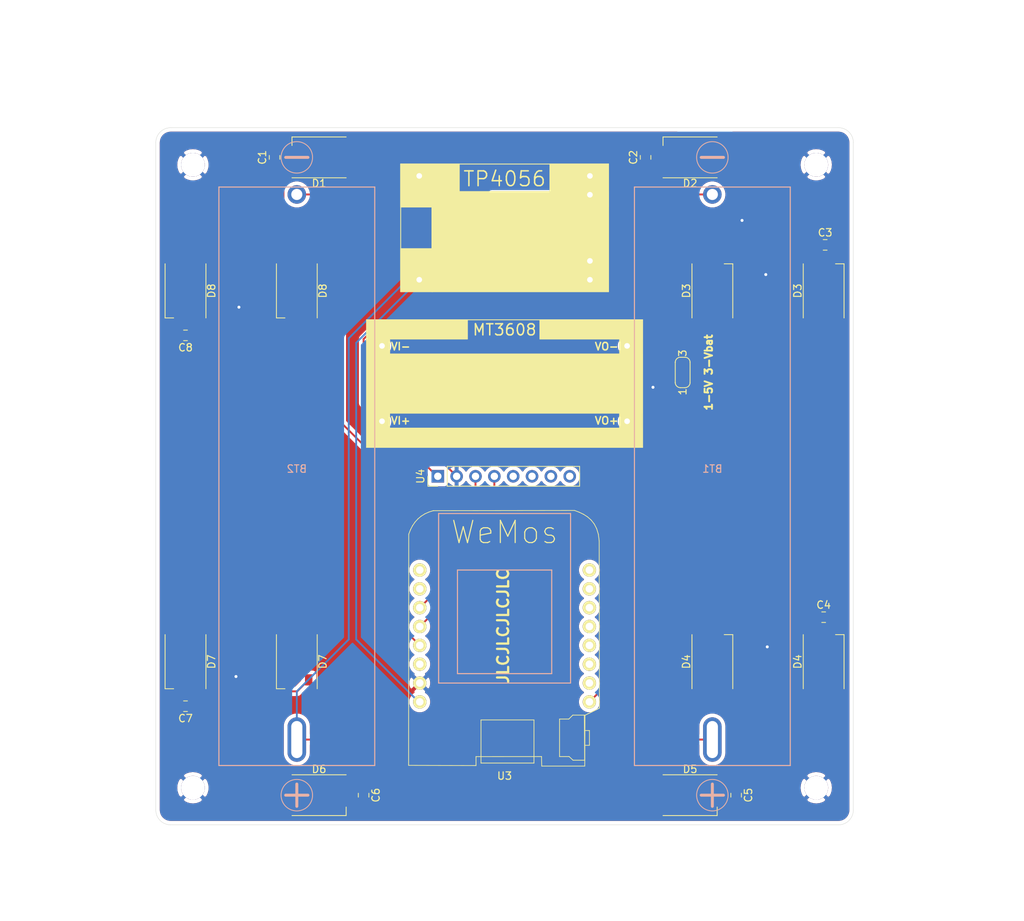
<source format=kicad_pcb>
(kicad_pcb (version 20171130) (host pcbnew 5.1.6-c6e7f7d~87~ubuntu20.04.1)
  (layers (0 F.Cu signal) (31 B.Cu signal) (34 B.Paste user) (35 F.Paste user) (36 B.SilkS user) (37 F.SilkS user) (38 B.Mask user) (39 F.Mask user) (44 Edge.Cuts user))
  (net 0 "")
  (net 1 "Net-(BT1-Pad2)")
  (net 2 "Net-(BT1-Pad1)")
  (net 3 "Net-(D1-Pad4)")
  (net 4 "Net-(D2-Pad4)")
  (net 5 "Net-(D3-Pad4)")
  (net 6 "Net-(D4-Pad4)")
  (net 7 "Net-(D5-Pad4)")
  (net 8 "Net-(D6-Pad4)")
  (net 9 "Net-(D7-Pad4)")
  (net 10 "Net-(D8-Pad4)")
  (net 11 Vdrive)
  (net 12 GND)
  (net 13 SK2812)
  (net 14 +BATT)
  (net 15 "Net-(JP1-Pad1)")
  (net 16 +5V)
  (net 17 "Net-(U3-Pad9)")
  (net 18 "Net-(U3-Pad10)")
  (net 19 "Net-(U3-Pad11)")
  (net 20 "Net-(U3-Pad12)")
  (net 21 "Net-(U3-Pad13)")
  (net 22 "Net-(U3-Pad14)")
  (net 23 "Net-(U3-Pad15)")
  (net 24 "Net-(U3-Pad3)")
  (net 25 SDA)
  (net 26 SCL)
  (net 27 "Net-(U3-Pad7)")
  (net 28 "Net-(U3-Pad8)")
  (net 29 "Net-(U4-Pad8)")
  (net 30 "Net-(U4-Pad7)")
  (net 31 "Net-(U4-Pad6)")
  (net 32 "Net-(U4-Pad5)")
  (module LED_SMD:LED_SK6812_PLCC4_5.0x5.0mm_P3.2mm (layer F.Cu) (at 122 75 270)
    (fp_text reference D8 (at 0 -3.5 90) (layer F.SilkS))
    (fp_text value SK6812)
    (fp_line (start 3.65 2.75) (end 3.65 1.6) (layer F.SilkS) (width 0.12))
    (fp_line (start -3.65 2.75) (end 3.65 2.75) (layer F.SilkS) (width 0.12))
    (fp_line (start -3.65 -2.75) (end 3.65 -2.75) (layer F.SilkS) (width 0.12))
    (pad 1 smd rect (at 2.45 1.6 270) (size 1.5 1) (layers F.Cu F.Paste F.Mask) (net 11 Vdrive))
    (pad 2 smd rect (at 2.45 -1.6 270) (size 1.5 1) (layers F.Cu F.Paste F.Mask) (net 9 "Net-(D7-Pad4)"))
    (pad 4 smd rect (at -2.45 1.6 270) (size 1.5 1) (layers F.Cu F.Paste F.Mask) (net 10 "Net-(D8-Pad4)"))
    (pad 3 smd rect (at -2.45 -1.6 270) (size 1.5 1) (layers F.Cu F.Paste F.Mask) (net 12 GND))
  )
  (module LED_SMD:LED_SK6812_PLCC4_5.0x5.0mm_P3.2mm (layer F.Cu) (at 122 125 270)
    (fp_text reference D7 (at 0 -3.5 90) (layer F.SilkS))
    (fp_text value SK6812)
    (fp_line (start 3.65 2.75) (end 3.65 1.6) (layer F.SilkS) (width 0.12))
    (fp_line (start -3.65 2.75) (end 3.65 2.75) (layer F.SilkS) (width 0.12))
    (fp_line (start -3.65 -2.75) (end 3.65 -2.75) (layer F.SilkS) (width 0.12))
    (pad 1 smd rect (at 2.45 1.6 270) (size 1.5 1) (layers F.Cu F.Paste F.Mask) (net 11 Vdrive))
    (pad 2 smd rect (at 2.45 -1.6 270) (size 1.5 1) (layers F.Cu F.Paste F.Mask) (net 8 "Net-(D6-Pad4)"))
    (pad 4 smd rect (at -2.45 1.6 270) (size 1.5 1) (layers F.Cu F.Paste F.Mask) (net 9 "Net-(D7-Pad4)"))
    (pad 3 smd rect (at -2.45 -1.6 270) (size 1.5 1) (layers F.Cu F.Paste F.Mask) (net 12 GND))
  )
  (module LED_SMD:LED_SK6812_PLCC4_5.0x5.0mm_P3.2mm (layer F.Cu) (at 178 125 90)
    (fp_text reference D4 (at 0 -3.5 90) (layer F.SilkS))
    (fp_text value SK6812)
    (fp_line (start 3.65 2.75) (end 3.65 1.6) (layer F.SilkS) (width 0.12))
    (fp_line (start -3.65 2.75) (end 3.65 2.75) (layer F.SilkS) (width 0.12))
    (fp_line (start -3.65 -2.75) (end 3.65 -2.75) (layer F.SilkS) (width 0.12))
    (pad 1 smd rect (at 2.45 1.6 90) (size 1.5 1) (layers F.Cu F.Paste F.Mask) (net 11 Vdrive))
    (pad 2 smd rect (at 2.45 -1.6 90) (size 1.5 1) (layers F.Cu F.Paste F.Mask) (net 5 "Net-(D3-Pad4)"))
    (pad 4 smd rect (at -2.45 1.6 90) (size 1.5 1) (layers F.Cu F.Paste F.Mask) (net 6 "Net-(D4-Pad4)"))
    (pad 3 smd rect (at -2.45 -1.6 90) (size 1.5 1) (layers F.Cu F.Paste F.Mask) (net 12 GND))
  )
  (module LED_SMD:LED_SK6812_PLCC4_5.0x5.0mm_P3.2mm (layer F.Cu) (at 178 75 90)
    (fp_text reference D3 (at 0 -3.5 90) (layer F.SilkS))
    (fp_text value SK6812)
    (fp_line (start 3.65 2.75) (end 3.65 1.6) (layer F.SilkS) (width 0.12))
    (fp_line (start -3.65 2.75) (end 3.65 2.75) (layer F.SilkS) (width 0.12))
    (fp_line (start -3.65 -2.75) (end 3.65 -2.75) (layer F.SilkS) (width 0.12))
    (pad 1 smd rect (at 2.45 1.6 90) (size 1.5 1) (layers F.Cu F.Paste F.Mask) (net 11 Vdrive))
    (pad 2 smd rect (at 2.45 -1.6 90) (size 1.5 1) (layers F.Cu F.Paste F.Mask) (net 4 "Net-(D2-Pad4)"))
    (pad 4 smd rect (at -2.45 1.6 90) (size 1.5 1) (layers F.Cu F.Paste F.Mask) (net 5 "Net-(D3-Pad4)"))
    (pad 3 smd rect (at -2.45 -1.6 90) (size 1.5 1) (layers F.Cu F.Paste F.Mask) (net 12 GND))
  )
  (module MountingHole:MountingHole_3.2mm_M3 (layer F.Cu) (at 192 142)
    (fp_text reference REF** hide)
    (fp_text value MountingHole_3.2mm_M3)
    (pad 1 thru_hole circle (at 0 0) (size 3.2 3.2) (drill 3.2) (layers *.Cu *.Mask) (net 12 GND))
  )
  (module MountingHole:MountingHole_3.2mm_M3 (layer F.Cu) (at 108 142)
    (fp_text reference REF** hide)
    (fp_text value MountingHole_3.2mm_M3)
    (pad 1 thru_hole circle (at 0 0) (size 3.2 3.2) (drill 3.2) (layers *.Cu *.Mask) (net 12 GND))
  )
  (module MountingHole:MountingHole_3.2mm_M3 (layer F.Cu) (at 108 58)
    (fp_text reference REF** hide)
    (fp_text value MountingHole_3.2mm_M3)
    (pad 1 thru_hole circle (at 0 0) (size 3.2 3.2) (drill 3.2) (layers *.Cu *.Mask) (net 12 GND))
  )
  (module MountingHole:MountingHole_3.2mm_M3 (layer F.Cu) (at 192 58)
    (fp_text reference REF** hide)
    (fp_text value MountingHole_3.2mm_M3)
    (pad 1 thru_hole circle (at 0 0) (size 3.2 3.2) (drill 3.2) (layers *.Cu *.Mask) (net 12 GND))
  )
  (module Connector_PinHeader_2.54mm:PinHeader_1x08_P2.54mm_Vertical (layer F.Cu) (at 141 100 90)
    (fp_text reference U4 (at 0 -2.33 90) (layer F.SilkS))
    (fp_text value MPU6050board)
    (fp_line (start -1.33 19.11) (end 1.33 19.11) (layer F.SilkS) (width 0.12))
    (fp_line (start -1.33 1.27) (end -1.33 19.11) (layer F.SilkS) (width 0.12))
    (fp_line (start 1.33 1.27) (end 1.33 19.11) (layer F.SilkS) (width 0.12))
    (fp_line (start -1.33 1.27) (end 1.33 1.27) (layer F.SilkS) (width 0.12))
    (fp_line (start -1.33 0) (end -1.33 -1.33) (layer F.SilkS) (width 0.12))
    (fp_line (start -1.33 -1.33) (end 0 -1.33) (layer F.SilkS) (width 0.12))
    (pad 8 thru_hole oval (at 0 17.78 90) (size 1.7 1.7) (drill 1) (layers *.Cu *.Mask) (net 29 "Net-(U4-Pad8)"))
    (pad 7 thru_hole oval (at 0 15.24 90) (size 1.7 1.7) (drill 1) (layers *.Cu *.Mask) (net 30 "Net-(U4-Pad7)"))
    (pad 6 thru_hole oval (at 0 12.7 90) (size 1.7 1.7) (drill 1) (layers *.Cu *.Mask) (net 31 "Net-(U4-Pad6)"))
    (pad 5 thru_hole oval (at 0 10.16 90) (size 1.7 1.7) (drill 1) (layers *.Cu *.Mask) (net 32 "Net-(U4-Pad5)"))
    (pad 4 thru_hole oval (at 0 7.62 90) (size 1.7 1.7) (drill 1) (layers *.Cu *.Mask) (net 25 SDA))
    (pad 3 thru_hole oval (at 0 5.08 90) (size 1.7 1.7) (drill 1) (layers *.Cu *.Mask) (net 26 SCL))
    (pad 2 thru_hole oval (at 0 2.54 90) (size 1.7 1.7) (drill 1) (layers *.Cu *.Mask) (net 12 GND))
    (pad 1 thru_hole rect (at 0 0 90) (size 1.7 1.7) (drill 1) (layers *.Cu *.Mask) (net 14 +BATT))
  )
  (module BamboulabFootprints:D1_mini_board (layer F.Cu) (at 150 122.8)
    (fp_text reference U3 (at 0 17.6) (layer F.SilkS))
    (fp_text value WeMos_mini)
    (fp_line (start -6.35 3.81) (end -6.35 -10.16) (layer B.SilkS) (width 0.15))
    (fp_line (start -6.35 -10.16) (end 6.35 -10.16) (layer B.SilkS) (width 0.15))
    (fp_line (start 6.35 -10.16) (end 6.35 3.81) (layer B.SilkS) (width 0.15))
    (fp_line (start 6.35 3.81) (end -6.35 3.81) (layer B.SilkS) (width 0.15))
    (fp_line (start -8.89 5.08) (end 8.89 5.08) (layer B.SilkS) (width 0.15))
    (fp_line (start 8.89 5.08) (end 8.89 -17.78) (layer B.SilkS) (width 0.15))
    (fp_line (start 8.89 -17.78) (end -8.89 -17.78) (layer B.SilkS) (width 0.15))
    (fp_line (start -8.89 -17.78) (end -8.89 5.08) (layer B.SilkS) (width 0.15))
    (fp_line (start 10.817472 16.277228) (end 5.00618 16.277228) (layer F.SilkS) (width 0.1))
    (fp_line (start 5.00618 16.277228) (end 4.979849 14.993795) (layer F.SilkS) (width 0.1))
    (fp_line (start 4.979849 14.993795) (end -3.851373 15.000483) (layer F.SilkS) (width 0.1))
    (fp_line (start -3.851373 15.000483) (end -3.849397 16.202736) (layer F.SilkS) (width 0.1))
    (fp_line (start -3.849397 16.202736) (end -12.930193 16.176658) (layer F.SilkS) (width 0.1))
    (fp_line (start -12.930193 16.176658) (end -12.916195 -14.993493) (layer F.SilkS) (width 0.1))
    (fp_line (start -12.916195 -14.993493) (end -12.683384 -15.596286) (layer F.SilkS) (width 0.1))
    (fp_line (start -12.683384 -15.596286) (end -12.399901 -16.141167) (layer F.SilkS) (width 0.1))
    (fp_line (start -12.399901 -16.141167) (end -12.065253 -16.627577) (layer F.SilkS) (width 0.1))
    (fp_line (start -12.065253 -16.627577) (end -11.678953 -17.054952) (layer F.SilkS) (width 0.1))
    (fp_line (start -11.678953 -17.054952) (end -11.240512 -17.422741) (layer F.SilkS) (width 0.1))
    (fp_line (start -11.240512 -17.422741) (end -10.74944 -17.730377) (layer F.SilkS) (width 0.1))
    (fp_line (start -10.74944 -17.730377) (end -10.20525 -17.97731) (layer F.SilkS) (width 0.1))
    (fp_line (start -10.20525 -17.97731) (end -9.607453 -18.162976) (layer F.SilkS) (width 0.1))
    (fp_line (start -9.607453 -18.162976) (end 9.43046 -18.191734) (layer F.SilkS) (width 0.1))
    (fp_line (start 9.43046 -18.191734) (end 10.049824 -17.957741) (layer F.SilkS) (width 0.1))
    (fp_line (start 10.049824 -17.957741) (end 10.638018 -17.673258) (layer F.SilkS) (width 0.1))
    (fp_line (start 10.638018 -17.673258) (end 11.181445 -17.323743) (layer F.SilkS) (width 0.1))
    (fp_line (start 11.181445 -17.323743) (end 11.666503 -16.894658) (layer F.SilkS) (width 0.1))
    (fp_line (start 11.666503 -16.894658) (end 12.079595 -16.37146) (layer F.SilkS) (width 0.1))
    (fp_line (start 12.079595 -16.37146) (end 12.407122 -15.739613) (layer F.SilkS) (width 0.1))
    (fp_line (start 12.407122 -15.739613) (end 12.635482 -14.984575) (layer F.SilkS) (width 0.1))
    (fp_line (start 12.635482 -14.984575) (end 12.751078 -14.091807) (layer F.SilkS) (width 0.1))
    (fp_line (start 12.751078 -14.091807) (end 12.776026 8.463285) (layer F.SilkS) (width 0.1))
    (fp_line (start 12.776026 8.463285) (end 10.83248 9.424181) (layer F.SilkS) (width 0.1))
    (fp_line (start 10.83248 9.424181) (end 10.802686 16.232524) (layer F.SilkS) (width 0.1))
    (fp_line (start -3.17965 10.051451) (end 3.959931 10.051451) (layer F.SilkS) (width 0.1))
    (fp_line (start 3.959931 10.051451) (end 3.959931 15.865188) (layer F.SilkS) (width 0.1))
    (fp_line (start 3.959931 15.865188) (end -3.17965 15.865188) (layer F.SilkS) (width 0.1))
    (fp_line (start -3.17965 15.865188) (end -3.17965 10.051451) (layer F.SilkS) (width 0.1))
    (fp_line (start 10.7436 9.402349) (end 9.191378 9.402349) (layer F.SilkS) (width 0.1))
    (fp_line (start 9.191378 9.402349) (end 8.662211 9.931515) (layer F.SilkS) (width 0.1))
    (fp_line (start 8.662211 9.931515) (end 7.40985 9.931515) (layer F.SilkS) (width 0.1))
    (fp_line (start 7.40985 9.931515) (end 7.40985 14.993876) (layer F.SilkS) (width 0.1))
    (fp_line (start 7.40985 14.993876) (end 8.697489 14.993876) (layer F.SilkS) (width 0.1))
    (fp_line (start 8.697489 14.993876) (end 9.226656 15.487765) (layer F.SilkS) (width 0.1))
    (fp_line (start 9.226656 15.487765) (end 10.796517 15.487765) (layer F.SilkS) (width 0.1))
    (fp_line (start 10.796517 15.487765) (end 10.7436 9.402349) (layer F.SilkS) (width 0.1))
    (fp_line (start 10.778878 11.483738) (end 11.431517 11.483738) (layer F.SilkS) (width 0.1))
    (fp_line (start 11.431517 11.483738) (end 11.431517 13.476932) (layer F.SilkS) (width 0.1))
    (fp_line (start 11.431517 13.476932) (end 10.814156 13.476932) (layer F.SilkS) (width 0.1))
    (fp_text user WeMos (at 0 -15.24) (layer F.SilkS) (effects (font (size 3 3))))
    (pad 9 thru_hole circle (at 11.43 -10.16) (size 1.8 1.8) (drill 1.016) (layers *.Cu *.Mask F.SilkS) (net 17 "Net-(U3-Pad9)"))
    (pad 10 thru_hole circle (at 11.43 -7.62) (size 1.8 1.8) (drill 1.016) (layers *.Cu *.Mask F.SilkS) (net 18 "Net-(U3-Pad10)"))
    (pad 11 thru_hole circle (at 11.43 -5.08) (size 1.8 1.8) (drill 1.016) (layers *.Cu *.Mask F.SilkS) (net 19 "Net-(U3-Pad11)"))
    (pad 12 thru_hole circle (at 11.43 -2.54) (size 1.8 1.8) (drill 1.016) (layers *.Cu *.Mask F.SilkS) (net 20 "Net-(U3-Pad12)"))
    (pad 13 thru_hole circle (at 11.43 0) (size 1.8 1.8) (drill 1.016) (layers *.Cu *.Mask F.SilkS) (net 21 "Net-(U3-Pad13)"))
    (pad 14 thru_hole circle (at 11.43 2.54) (size 1.8 1.8) (drill 1.016) (layers *.Cu *.Mask F.SilkS) (net 22 "Net-(U3-Pad14)"))
    (pad 15 thru_hole circle (at 11.43 5.08) (size 1.8 1.8) (drill 1.016) (layers *.Cu *.Mask F.SilkS) (net 23 "Net-(U3-Pad15)"))
    (pad 16 thru_hole circle (at 11.43 7.62) (size 1.8 1.8) (drill 1.016) (layers *.Cu *.Mask F.SilkS) (net 14 +BATT))
    (pad 1 thru_hole circle (at -11.43 7.62) (size 1.8 1.8) (drill 1.016) (layers *.Cu *.Mask F.SilkS) (net 16 +5V))
    (pad 2 thru_hole circle (at -11.43 5.08) (size 1.8 1.8) (drill 1.016) (layers *.Cu *.Mask F.SilkS) (net 12 GND))
    (pad 3 thru_hole circle (at -11.43 2.54) (size 1.8 1.8) (drill 1.016) (layers *.Cu *.Mask F.SilkS) (net 24 "Net-(U3-Pad3)"))
    (pad 4 thru_hole circle (at -11.43 0) (size 1.8 1.8) (drill 1.016) (layers *.Cu *.Mask F.SilkS) (net 13 SK2812))
    (pad 5 thru_hole circle (at -11.43 -2.54) (size 1.8 1.8) (drill 1.016) (layers *.Cu *.Mask F.SilkS) (net 25 SDA))
    (pad 6 thru_hole circle (at -11.43 -5.08) (size 1.8 1.8) (drill 1.016) (layers *.Cu *.Mask F.SilkS) (net 26 SCL))
    (pad 7 thru_hole circle (at -11.43 -7.62) (size 1.8 1.8) (drill 1.016) (layers *.Cu *.Mask F.SilkS) (net 27 "Net-(U3-Pad7)"))
    (pad 8 thru_hole circle (at -11.43 -10.16) (size 1.8 1.8) (drill 1.016) (layers *.Cu *.Mask F.SilkS) (net 28 "Net-(U3-Pad8)"))
  )
  (module BamboulabFootprints:MT3608board (layer F.Cu) (at 150 87.5 180)
    (fp_text reference e hide)
    (fp_text value MT3608board)
    (fp_line (start 18.6 8.6) (end 18.6 -8.6) (layer F.SilkS) (width 0.12))
    (fp_line (start 18.6 -8.6) (end -18.6 -8.6) (layer F.SilkS) (width 0.12))
    (fp_line (start -18.6 -8.6) (end -18.6 8.6) (layer F.SilkS) (width 0.12))
    (fp_line (start -18.6 8.6) (end 18.6 8.6) (layer F.SilkS) (width 0.12))
    (fp_poly (pts (xy 5 6) (xy 18.5 6) (xy 18.5 8.6) (xy 5 8.6)) (layer F.SilkS) (width 0.1))
    (fp_poly (pts (xy 18.5125 -8.475) (xy 18.5 8.6) (xy 15.475 8.55) (xy 15.4875 -8.525)) (layer F.SilkS) (width 0.1))
    (fp_poly (pts (xy -18.5 -8.6) (xy 18.5 -8.6) (xy 18.5 -6) (xy -18.5 -6)) (layer F.SilkS) (width 0.1))
    (fp_poly (pts (xy -18.5 -4) (xy 15.5 -4) (xy 15.5 4) (xy -18.5 4)) (layer F.SilkS) (width 0.1))
    (fp_poly (pts (xy -18.5 6) (xy -4.75 6) (xy -4.75 8.6) (xy -18.5 8.6)) (layer F.SilkS) (width 0.1))
    (fp_poly (pts (xy -15.4875 -8.475) (xy -15.5 8.6) (xy -18.525 8.55) (xy -18.5125 -8.525)) (layer F.SilkS) (width 0.1))
    (fp_text user VO- (at -13.75 5 180) (layer F.SilkS) (effects (font (thickness 0.2))))
    (fp_text user VO+ (at -13.75 -5 180) (layer F.SilkS) (effects (font (thickness 0.2))))
    (fp_text user VI- (at 14 5) (layer F.SilkS) (effects (font (thickness 0.2))))
    (fp_text user VI+ (at 14 -5 180) (layer F.SilkS) (effects (font (thickness 0.2))))
    (fp_text user MT3608 (at 0 7.25 180) (layer F.SilkS) (effects (font (size 1.5 1.5) (thickness 0.2))))
    (pad 1 thru_hole circle (at 16.52 -5.08) (size 1.524 1.524) (drill 0.762) (layers *.Cu *.Mask) (net 14 +BATT))
    (pad 2 thru_hole circle (at 16.52 5.08) (size 1.524 1.524) (drill 0.762) (layers *.Cu *.Mask) (net 12 GND))
    (pad 4 thru_hole circle (at -16.51 -5.08) (size 1.524 1.524) (drill 0.762) (layers *.Cu *.Mask) (net 15 "Net-(JP1-Pad1)"))
    (pad 3 thru_hole circle (at -16.51 5.08) (size 1.524 1.524) (drill 0.762) (layers *.Cu *.Mask) (net 12 GND))
  )
  (module BamboulabFootprints:TP4056board (layer F.Cu) (at 150 66.5)
    (fp_text reference U1 hide)
    (fp_text value TP4056board)
    (fp_line (start -14 -8.6) (end 14 -8.6) (layer F.SilkS) (width 0.12))
    (fp_line (start 14 -8.6) (end 14 8.6) (layer F.SilkS) (width 0.12))
    (fp_line (start 14 8.6) (end -14 8.6) (layer F.SilkS) (width 0.12))
    (fp_line (start -14 8.6) (end -14 -8.6) (layer F.SilkS) (width 0.12))
    (fp_poly (pts (xy 14 8.6) (xy -9.8 8.6) (xy -9.8 -4.9) (xy 14 -4.9)) (layer F.SilkS) (width 0.1))
    (fp_poly (pts (xy -6.1 -2.8) (xy -14 -2.8) (xy -14 -8.6) (xy -6.1 -8.6)) (layer F.SilkS) (width 0.1))
    (fp_poly (pts (xy -9.7 8.6) (xy -14 8.6) (xy -14 2.8) (xy -9.7 2.8)) (layer F.SilkS) (width 0.1))
    (fp_poly (pts (xy 14 -2.8) (xy 6.1 -2.8) (xy 6.1 -8.6) (xy 14 -8.6)) (layer F.SilkS) (width 0.1))
    (fp_text user TP4056 (at 0 -6.6) (layer F.SilkS) (effects (font (size 2 2) (thickness 0.2))))
    (pad 5 thru_hole circle (at 11.5 -4.46) (size 1.524 1.524) (drill 0.762) (layers *.Cu *.Mask) (net 2 "Net-(BT1-Pad1)"))
    (pad 4 thru_hole circle (at 11.5 4.46) (size 1.524 1.524) (drill 0.762) (layers *.Cu *.Mask) (net 1 "Net-(BT1-Pad2)"))
    (pad 3 thru_hole circle (at 11.5 7) (size 1.524 1.524) (drill 0.762) (layers *.Cu *.Mask) (net 12 GND))
    (pad 6 thru_hole circle (at 11.5 -7) (size 1.524 1.524) (drill 0.762) (layers *.Cu *.Mask) (net 14 +BATT))
    (pad 2 thru_hole circle (at -11.5 -7) (size 1.524 1.524) (drill 0.762) (layers *.Cu *.Mask) (net 12 GND))
    (pad 1 thru_hole circle (at -11.5 7) (size 1.524 1.524) (drill 0.762) (layers *.Cu *.Mask) (net 16 +5V))
  )
  (module Jumper:SolderJumper-3_P1.3mm_Open_RoundedPad1.0x1.5mm_NumberLabels (layer F.Cu) (at 174 86 90)
    (fp_text reference JP1 hide)
    (fp_text value SolderJumper_3_Open)
    (fp_line (start -2.05 0.3) (end -2.05 -0.3) (layer F.SilkS) (width 0.12))
    (fp_line (start 1.4 1) (end -1.4 1) (layer F.SilkS) (width 0.12))
    (fp_line (start 2.05 -0.3) (end 2.05 0.3) (layer F.SilkS) (width 0.12))
    (fp_line (start -1.4 -1) (end 1.4 -1) (layer F.SilkS) (width 0.12))
    (fp_arc (start -1.35 -0.3) (end -1.35 -1) (angle -90) (layer F.SilkS) (width 0.12))
    (fp_arc (start -1.35 0.3) (end -2.05 0.3) (angle -90) (layer F.SilkS) (width 0.12))
    (fp_arc (start 1.35 0.3) (end 1.35 1) (angle -90) (layer F.SilkS) (width 0.12))
    (fp_arc (start 1.35 -0.3) (end 2.05 -0.3) (angle -90) (layer F.SilkS) (width 0.12))
    (fp_text user 1 (at -2.6 0 90) (layer F.SilkS))
    (fp_text user 3 (at 2.6 0 90) (layer F.SilkS))
    (pad 2 smd rect (at 0 0 90) (size 1 1.5) (layers F.Cu F.Mask) (net 11 Vdrive))
    (pad 3 smd custom (at 1.3 0 90) (size 1 0.5) (layers F.Cu F.Mask) (net 14 +BATT) (options (clearance outline) (anchor rect)) (primitives (gr_circle (center 0 0.25) (end 0.5 0.25) (width 0)) (gr_circle (center 0 -0.25) (end 0.5 -0.25) (width 0)) (gr_poly (pts (xy -0.55 -0.75) (xy 0 -0.75) (xy 0 0.75) (xy -0.55 0.75)) (width 0))))
    (pad 1 smd custom (at -1.3 0 90) (size 1 0.5) (layers F.Cu F.Mask) (net 15 "Net-(JP1-Pad1)") (options (clearance outline) (anchor rect)) (primitives (gr_circle (center 0 0.25) (end 0.5 0.25) (width 0)) (gr_circle (center 0 -0.25) (end 0.5 -0.25) (width 0)) (gr_poly (pts (xy 0.55 -0.75) (xy 0 -0.75) (xy 0 0.75) (xy 0.55 0.75)) (width 0))))
  )
  (module Capacitor_SMD:C_0805_2012Metric (layer F.Cu) (at 107 81 180)
    (fp_text reference C8 (at 0 -1.65) (layer F.SilkS))
    (fp_text value C_Small)
    (fp_line (start -0.258578 -0.71) (end 0.258578 -0.71) (layer F.SilkS) (width 0.12))
    (fp_line (start -0.258578 0.71) (end 0.258578 0.71) (layer F.SilkS) (width 0.12))
    (pad 2 smd roundrect (at 0.9375 0 180) (size 0.975 1.4) (layers F.Cu F.Paste F.Mask) (net 11 Vdrive))
    (pad 1 smd roundrect (at -0.9375 0 180) (size 0.975 1.4) (layers F.Cu F.Paste F.Mask) (net 12 GND))
  )
  (module Capacitor_SMD:C_0805_2012Metric (layer F.Cu) (at 107 131 180)
    (fp_text reference C7 (at 0 -1.65) (layer F.SilkS))
    (fp_text value C_Small)
    (fp_line (start -0.258578 -0.71) (end 0.258578 -0.71) (layer F.SilkS) (width 0.12))
    (fp_line (start -0.258578 0.71) (end 0.258578 0.71) (layer F.SilkS) (width 0.12))
    (pad 2 smd roundrect (at 0.9375 0 180) (size 0.975 1.4) (layers F.Cu F.Paste F.Mask) (net 11 Vdrive))
    (pad 1 smd roundrect (at -0.9375 0 180) (size 0.975 1.4) (layers F.Cu F.Paste F.Mask) (net 12 GND))
  )
  (module Capacitor_SMD:C_0805_2012Metric (layer F.Cu) (at 131 143 270)
    (fp_text reference C6 (at 0 -1.65 90) (layer F.SilkS))
    (fp_text value C_Small)
    (fp_line (start -0.258578 -0.71) (end 0.258578 -0.71) (layer F.SilkS) (width 0.12))
    (fp_line (start -0.258578 0.71) (end 0.258578 0.71) (layer F.SilkS) (width 0.12))
    (pad 2 smd roundrect (at 0.9375 0 270) (size 0.975 1.4) (layers F.Cu F.Paste F.Mask) (net 11 Vdrive))
    (pad 1 smd roundrect (at -0.9375 0 270) (size 0.975 1.4) (layers F.Cu F.Paste F.Mask) (net 12 GND))
  )
  (module Capacitor_SMD:C_0805_2012Metric (layer F.Cu) (at 181.2 143 270)
    (fp_text reference C5 (at 0 -1.65 90) (layer F.SilkS))
    (fp_text value C_Small)
    (fp_line (start -0.258578 -0.71) (end 0.258578 -0.71) (layer F.SilkS) (width 0.12))
    (fp_line (start -0.258578 0.71) (end 0.258578 0.71) (layer F.SilkS) (width 0.12))
    (pad 2 smd roundrect (at 0.9375 0 270) (size 0.975 1.4) (layers F.Cu F.Paste F.Mask) (net 11 Vdrive))
    (pad 1 smd roundrect (at -0.9375 0 270) (size 0.975 1.4) (layers F.Cu F.Paste F.Mask) (net 12 GND))
  )
  (module Capacitor_SMD:C_0805_2012Metric (layer F.Cu) (at 193 119)
    (fp_text reference C4 (at 0 -1.65) (layer F.SilkS))
    (fp_text value C_Small)
    (fp_line (start -0.258578 -0.71) (end 0.258578 -0.71) (layer F.SilkS) (width 0.12))
    (fp_line (start -0.258578 0.71) (end 0.258578 0.71) (layer F.SilkS) (width 0.12))
    (pad 2 smd roundrect (at 0.9375 0) (size 0.975 1.4) (layers F.Cu F.Paste F.Mask) (net 11 Vdrive))
    (pad 1 smd roundrect (at -0.9375 0) (size 0.975 1.4) (layers F.Cu F.Paste F.Mask) (net 12 GND))
  )
  (module Capacitor_SMD:C_0805_2012Metric (layer F.Cu) (at 193.2 68.8)
    (fp_text reference C3 (at 0 -1.65) (layer F.SilkS))
    (fp_text value C_Small)
    (fp_line (start -0.258578 -0.71) (end 0.258578 -0.71) (layer F.SilkS) (width 0.12))
    (fp_line (start -0.258578 0.71) (end 0.258578 0.71) (layer F.SilkS) (width 0.12))
    (pad 2 smd roundrect (at 0.9375 0) (size 0.975 1.4) (layers F.Cu F.Paste F.Mask) (net 11 Vdrive))
    (pad 1 smd roundrect (at -0.9375 0) (size 0.975 1.4) (layers F.Cu F.Paste F.Mask) (net 12 GND))
  )
  (module Capacitor_SMD:C_0805_2012Metric (layer F.Cu) (at 169 57 90)
    (fp_text reference C2 (at 0 -1.65 90) (layer F.SilkS))
    (fp_text value C_Small)
    (fp_line (start -0.258578 -0.71) (end 0.258578 -0.71) (layer F.SilkS) (width 0.12))
    (fp_line (start -0.258578 0.71) (end 0.258578 0.71) (layer F.SilkS) (width 0.12))
    (pad 2 smd roundrect (at 0.9375 0 90) (size 0.975 1.4) (layers F.Cu F.Paste F.Mask) (net 11 Vdrive))
    (pad 1 smd roundrect (at -0.9375 0 90) (size 0.975 1.4) (layers F.Cu F.Paste F.Mask) (net 12 GND))
  )
  (module Capacitor_SMD:C_0805_2012Metric (layer F.Cu) (at 119 57 90)
    (fp_text reference C1 (at 0 -1.65 90) (layer F.SilkS))
    (fp_text value C_Small)
    (fp_line (start -0.258578 -0.71) (end 0.258578 -0.71) (layer F.SilkS) (width 0.12))
    (fp_line (start -0.258578 0.71) (end 0.258578 0.71) (layer F.SilkS) (width 0.12))
    (pad 2 smd roundrect (at 0.9375 0 90) (size 0.975 1.4) (layers F.Cu F.Paste F.Mask) (net 11 Vdrive))
    (pad 1 smd roundrect (at -0.9375 0 90) (size 0.975 1.4) (layers F.Cu F.Paste F.Mask) (net 12 GND))
  )
  (module LED_SMD:LED_SK6812_PLCC4_5.0x5.0mm_P3.2mm (layer F.Cu) (at 107 75 270)
    (fp_text reference D8 (at 0 -3.5 90) (layer F.SilkS))
    (fp_text value SK6812)
    (fp_line (start -3.65 -2.75) (end 3.65 -2.75) (layer F.SilkS) (width 0.12))
    (fp_line (start -3.65 2.75) (end 3.65 2.75) (layer F.SilkS) (width 0.12))
    (fp_line (start 3.65 2.75) (end 3.65 1.6) (layer F.SilkS) (width 0.12))
    (pad 3 smd rect (at -2.45 -1.6 270) (size 1.5 1) (layers F.Cu F.Paste F.Mask) (net 12 GND))
    (pad 4 smd rect (at -2.45 1.6 270) (size 1.5 1) (layers F.Cu F.Paste F.Mask) (net 10 "Net-(D8-Pad4)"))
    (pad 2 smd rect (at 2.45 -1.6 270) (size 1.5 1) (layers F.Cu F.Paste F.Mask) (net 9 "Net-(D7-Pad4)"))
    (pad 1 smd rect (at 2.45 1.6 270) (size 1.5 1) (layers F.Cu F.Paste F.Mask) (net 11 Vdrive))
  )
  (module LED_SMD:LED_SK6812_PLCC4_5.0x5.0mm_P3.2mm (layer F.Cu) (at 107 125 270)
    (fp_text reference D7 (at 0 -3.5 90) (layer F.SilkS))
    (fp_text value SK6812)
    (fp_line (start -3.65 -2.75) (end 3.65 -2.75) (layer F.SilkS) (width 0.12))
    (fp_line (start -3.65 2.75) (end 3.65 2.75) (layer F.SilkS) (width 0.12))
    (fp_line (start 3.65 2.75) (end 3.65 1.6) (layer F.SilkS) (width 0.12))
    (pad 3 smd rect (at -2.45 -1.6 270) (size 1.5 1) (layers F.Cu F.Paste F.Mask) (net 12 GND))
    (pad 4 smd rect (at -2.45 1.6 270) (size 1.5 1) (layers F.Cu F.Paste F.Mask) (net 9 "Net-(D7-Pad4)"))
    (pad 2 smd rect (at 2.45 -1.6 270) (size 1.5 1) (layers F.Cu F.Paste F.Mask) (net 8 "Net-(D6-Pad4)"))
    (pad 1 smd rect (at 2.45 1.6 270) (size 1.5 1) (layers F.Cu F.Paste F.Mask) (net 11 Vdrive))
  )
  (module LED_SMD:LED_SK6812_PLCC4_5.0x5.0mm_P3.2mm (layer F.Cu) (at 125 143)
    (fp_text reference D6 (at 0 -3.5) (layer F.SilkS))
    (fp_text value SK6812)
    (fp_line (start -3.65 -2.75) (end 3.65 -2.75) (layer F.SilkS) (width 0.12))
    (fp_line (start -3.65 2.75) (end 3.65 2.75) (layer F.SilkS) (width 0.12))
    (fp_line (start 3.65 2.75) (end 3.65 1.6) (layer F.SilkS) (width 0.12))
    (pad 3 smd rect (at -2.45 -1.6) (size 1.5 1) (layers F.Cu F.Paste F.Mask) (net 12 GND))
    (pad 4 smd rect (at -2.45 1.6) (size 1.5 1) (layers F.Cu F.Paste F.Mask) (net 8 "Net-(D6-Pad4)"))
    (pad 2 smd rect (at 2.45 -1.6) (size 1.5 1) (layers F.Cu F.Paste F.Mask) (net 7 "Net-(D5-Pad4)"))
    (pad 1 smd rect (at 2.45 1.6) (size 1.5 1) (layers F.Cu F.Paste F.Mask) (net 11 Vdrive))
  )
  (module LED_SMD:LED_SK6812_PLCC4_5.0x5.0mm_P3.2mm (layer F.Cu) (at 175 143)
    (fp_text reference D5 (at 0 -3.5) (layer F.SilkS))
    (fp_text value SK6812)
    (fp_line (start -3.65 -2.75) (end 3.65 -2.75) (layer F.SilkS) (width 0.12))
    (fp_line (start -3.65 2.75) (end 3.65 2.75) (layer F.SilkS) (width 0.12))
    (fp_line (start 3.65 2.75) (end 3.65 1.6) (layer F.SilkS) (width 0.12))
    (pad 3 smd rect (at -2.45 -1.6) (size 1.5 1) (layers F.Cu F.Paste F.Mask) (net 12 GND))
    (pad 4 smd rect (at -2.45 1.6) (size 1.5 1) (layers F.Cu F.Paste F.Mask) (net 7 "Net-(D5-Pad4)"))
    (pad 2 smd rect (at 2.45 -1.6) (size 1.5 1) (layers F.Cu F.Paste F.Mask) (net 6 "Net-(D4-Pad4)"))
    (pad 1 smd rect (at 2.45 1.6) (size 1.5 1) (layers F.Cu F.Paste F.Mask) (net 11 Vdrive))
  )
  (module LED_SMD:LED_SK6812_PLCC4_5.0x5.0mm_P3.2mm (layer F.Cu) (at 193 125 90)
    (fp_text reference D4 (at 0 -3.5 90) (layer F.SilkS))
    (fp_text value SK6812)
    (fp_line (start -3.65 -2.75) (end 3.65 -2.75) (layer F.SilkS) (width 0.12))
    (fp_line (start -3.65 2.75) (end 3.65 2.75) (layer F.SilkS) (width 0.12))
    (fp_line (start 3.65 2.75) (end 3.65 1.6) (layer F.SilkS) (width 0.12))
    (pad 3 smd rect (at -2.45 -1.6 90) (size 1.5 1) (layers F.Cu F.Paste F.Mask) (net 12 GND))
    (pad 4 smd rect (at -2.45 1.6 90) (size 1.5 1) (layers F.Cu F.Paste F.Mask) (net 6 "Net-(D4-Pad4)"))
    (pad 2 smd rect (at 2.45 -1.6 90) (size 1.5 1) (layers F.Cu F.Paste F.Mask) (net 5 "Net-(D3-Pad4)"))
    (pad 1 smd rect (at 2.45 1.6 90) (size 1.5 1) (layers F.Cu F.Paste F.Mask) (net 11 Vdrive))
  )
  (module LED_SMD:LED_SK6812_PLCC4_5.0x5.0mm_P3.2mm (layer F.Cu) (at 193 75 90)
    (fp_text reference D3 (at 0 -3.5 90) (layer F.SilkS))
    (fp_text value SK6812)
    (fp_line (start -3.65 -2.75) (end 3.65 -2.75) (layer F.SilkS) (width 0.12))
    (fp_line (start -3.65 2.75) (end 3.65 2.75) (layer F.SilkS) (width 0.12))
    (fp_line (start 3.65 2.75) (end 3.65 1.6) (layer F.SilkS) (width 0.12))
    (pad 3 smd rect (at -2.45 -1.6 90) (size 1.5 1) (layers F.Cu F.Paste F.Mask) (net 12 GND))
    (pad 4 smd rect (at -2.45 1.6 90) (size 1.5 1) (layers F.Cu F.Paste F.Mask) (net 5 "Net-(D3-Pad4)"))
    (pad 2 smd rect (at 2.45 -1.6 90) (size 1.5 1) (layers F.Cu F.Paste F.Mask) (net 4 "Net-(D2-Pad4)"))
    (pad 1 smd rect (at 2.45 1.6 90) (size 1.5 1) (layers F.Cu F.Paste F.Mask) (net 11 Vdrive))
  )
  (module LED_SMD:LED_SK6812_PLCC4_5.0x5.0mm_P3.2mm (layer F.Cu) (at 175 57 180)
    (fp_text reference D2 (at 0 -3.5) (layer F.SilkS))
    (fp_text value SK6812)
    (fp_line (start -3.65 -2.75) (end 3.65 -2.75) (layer F.SilkS) (width 0.12))
    (fp_line (start -3.65 2.75) (end 3.65 2.75) (layer F.SilkS) (width 0.12))
    (fp_line (start 3.65 2.75) (end 3.65 1.6) (layer F.SilkS) (width 0.12))
    (pad 3 smd rect (at -2.45 -1.6 180) (size 1.5 1) (layers F.Cu F.Paste F.Mask) (net 12 GND))
    (pad 4 smd rect (at -2.45 1.6 180) (size 1.5 1) (layers F.Cu F.Paste F.Mask) (net 4 "Net-(D2-Pad4)"))
    (pad 2 smd rect (at 2.45 -1.6 180) (size 1.5 1) (layers F.Cu F.Paste F.Mask) (net 3 "Net-(D1-Pad4)"))
    (pad 1 smd rect (at 2.45 1.6 180) (size 1.5 1) (layers F.Cu F.Paste F.Mask) (net 11 Vdrive))
  )
  (module LED_SMD:LED_SK6812_PLCC4_5.0x5.0mm_P3.2mm (layer F.Cu) (at 125 57 180)
    (fp_text reference D1 (at 0 -3.5) (layer F.SilkS))
    (fp_text value SK6812)
    (fp_line (start -3.65 -2.75) (end 3.65 -2.75) (layer F.SilkS) (width 0.12))
    (fp_line (start -3.65 2.75) (end 3.65 2.75) (layer F.SilkS) (width 0.12))
    (fp_line (start 3.65 2.75) (end 3.65 1.6) (layer F.SilkS) (width 0.12))
    (pad 3 smd rect (at -2.45 -1.6 180) (size 1.5 1) (layers F.Cu F.Paste F.Mask) (net 12 GND))
    (pad 4 smd rect (at -2.45 1.6 180) (size 1.5 1) (layers F.Cu F.Paste F.Mask) (net 3 "Net-(D1-Pad4)"))
    (pad 2 smd rect (at 2.45 -1.6 180) (size 1.5 1) (layers F.Cu F.Paste F.Mask) (net 13 SK2812))
    (pad 1 smd rect (at 2.45 1.6 180) (size 1.5 1) (layers F.Cu F.Paste F.Mask) (net 11 Vdrive))
  )
  (module BamboulabFootprints:18650_Holder (layer B.Cu) (at 122 100)
    (fp_text reference BT2 (at 0 -1) (layer B.SilkS) (effects (justify mirror)))
    (fp_text value Battery_Cell)
    (fp_circle (center 0 -43) (end 1.5 -44.5) (layer B.SilkS) (width 0.12))
    (fp_circle (center 0 43) (end 1.5 41.5) (layer B.SilkS) (width 0.12))
    (fp_line (start -1.5 -43) (end 1.5 -43) (layer B.SilkS) (width 0.4))
    (fp_line (start 0 41.5) (end 0 44.5) (layer B.SilkS) (width 0.4))
    (fp_line (start -1.5 43) (end 1.5 43) (layer B.SilkS) (width 0.4))
    (fp_line (start -10.5 39) (end 10.5 39) (layer B.SilkS) (width 0.15))
    (fp_line (start 10.5 -39) (end 10.5 39) (layer B.SilkS) (width 0.15))
    (fp_line (start -10.5 -39) (end -10.5 39) (layer B.SilkS) (width 0.15))
    (fp_line (start -10.5 -39) (end 10.5 -39) (layer B.SilkS) (width 0.15))
    (pad 2 thru_hole circle (at 0 -38) (size 2.5 2.5) (drill 1.5) (layers *.Cu *.Mask) (net 1 "Net-(BT1-Pad2)"))
    (pad 1 thru_hole oval (at 0 35.5) (size 2.5 6) (drill oval 1.5 5) (layers *.Cu *.Mask) (net 2 "Net-(BT1-Pad1)"))
  )
  (module BamboulabFootprints:18650_Holder (layer B.Cu) (at 178 100)
    (fp_text reference BT1 (at 0 -1) (layer B.SilkS) (effects (justify mirror)))
    (fp_text value Battery_Cell)
    (fp_circle (center 0 -43) (end 1.5 -44.5) (layer B.SilkS) (width 0.12))
    (fp_circle (center 0 43) (end 1.5 41.5) (layer B.SilkS) (width 0.12))
    (fp_line (start -1.5 -43) (end 1.5 -43) (layer B.SilkS) (width 0.4))
    (fp_line (start 0 41.5) (end 0 44.5) (layer B.SilkS) (width 0.4))
    (fp_line (start -1.5 43) (end 1.5 43) (layer B.SilkS) (width 0.4))
    (fp_line (start -10.5 39) (end 10.5 39) (layer B.SilkS) (width 0.15))
    (fp_line (start 10.5 -39) (end 10.5 39) (layer B.SilkS) (width 0.15))
    (fp_line (start -10.5 -39) (end -10.5 39) (layer B.SilkS) (width 0.15))
    (fp_line (start -10.5 -39) (end 10.5 -39) (layer B.SilkS) (width 0.15))
    (pad 2 thru_hole circle (at 0 -38) (size 2.5 2.5) (drill 1.5) (layers *.Cu *.Mask) (net 1 "Net-(BT1-Pad2)"))
    (pad 1 thru_hole oval (at 0 35.5) (size 2.5 6) (drill oval 1.5 5) (layers *.Cu *.Mask) (net 2 "Net-(BT1-Pad1)"))
  )
  (gr_arc (start 105 55) (end 105 53) (angle -90) (layer Edge.Cuts) (width 0.05))
  (gr_arc (start 105 145) (end 103 145) (angle -90) (layer Edge.Cuts) (width 0.05))
  (gr_arc (start 195 145) (end 195 147) (angle -90) (layer Edge.Cuts) (width 0.05))
  (gr_arc (start 195 55) (end 197 55) (angle -90) (layer Edge.Cuts) (width 0.05))
  (gr_line (start 103 145) (end 103 55) (layer Edge.Cuts) (width 0.05))
  (gr_line (start 195 147) (end 105 147) (layer Edge.Cuts) (width 0.05))
  (gr_line (start 197 55) (end 197 145) (layer Edge.Cuts) (width 0.05))
  (gr_line (start 105 53) (end 195 53) (layer Edge.Cuts) (width 0.05))
  (gr_text "1-5V 3-Vbat" (at 177.5 86 90) (layer F.SilkS) (effects (font (size 1 1) (thickness 0.25))))
  (gr_text JLCJLCJLCJLC (at 149.8 120.2 90) (layer F.SilkS) (effects (font (size 1.5 1.5) (thickness 0.3))))
  (segment (start 167 62) (end 178 62) (width 0.25) (layer F.Cu) (net 1))
  (segment (start 163 58) (end 167 62) (width 0.25) (layer F.Cu) (net 1))
  (segment (start 160.5 58) (end 163 58) (width 0.25) (layer F.Cu) (net 1))
  (segment (start 156.5 62) (end 160.5 58) (width 0.25) (layer F.Cu) (net 1))
  (segment (start 122 62) (end 156.5 62) (width 0.25) (layer F.Cu) (net 1))
  (segment (start 161.5 70.96) (end 161.5 67) (width 0.25) (layer F.Cu) (net 1))
  (segment (start 161.5 67) (end 156.5 62) (width 0.25) (layer F.Cu) (net 1))
  (segment (start 122 135.5) (end 178 135.5) (width 0.25) (layer F.Cu) (net 2))
  (segment (start 122 129) (end 122 135.5) (width 0.25) (layer B.Cu) (net 2))
  (segment (start 148.351238 62.04) (end 129 81.391238) (width 0.25) (layer B.Cu) (net 2))
  (segment (start 129 122) (end 122 129) (width 0.25) (layer B.Cu) (net 2))
  (segment (start 129 81.391238) (end 129 122) (width 0.25) (layer B.Cu) (net 2))
  (segment (start 161.5 62.04) (end 148.351238 62.04) (width 0.25) (layer B.Cu) (net 2))
  (segment (start 170.82501 56.87501) (end 172.55 58.6) (width 0.25) (layer F.Cu) (net 3))
  (segment (start 129.27501 56.87501) (end 170.82501 56.87501) (width 0.25) (layer F.Cu) (net 3))
  (segment (start 127.8 55.4) (end 129.27501 56.87501) (width 0.25) (layer F.Cu) (net 3))
  (segment (start 127.45 55.4) (end 127.8 55.4) (width 0.25) (layer F.Cu) (net 3))
  (segment (start 193.32499 68.35814) (end 193.32499 71.32499) (width 0.25) (layer F.Cu) (net 4))
  (segment (start 180.36685 55.4) (end 193.32499 68.35814) (width 0.25) (layer F.Cu) (net 4))
  (segment (start 177.45 55.4) (end 180.36685 55.4) (width 0.25) (layer F.Cu) (net 4))
  (segment (start 192.09998 72.55) (end 191.4 72.55) (width 0.25) (layer F.Cu) (net 4))
  (segment (start 193.32499 71.32499) (end 192.09998 72.55) (width 0.25) (layer F.Cu) (net 4))
  (segment (start 189.65 70.8) (end 191.4 72.55) (width 0.25) (layer F.Cu) (net 4))
  (segment (start 178.15 70.8) (end 189.65 70.8) (width 0.25) (layer F.Cu) (net 4))
  (segment (start 176.4 72.55) (end 178.15 70.8) (width 0.25) (layer F.Cu) (net 4))
  (segment (start 189.85 121) (end 191.4 122.55) (width 0.25) (layer F.Cu) (net 5))
  (segment (start 177.95 121) (end 189.85 121) (width 0.25) (layer F.Cu) (net 5))
  (segment (start 176.4 122.55) (end 177.95 121) (width 0.25) (layer F.Cu) (net 5))
  (segment (start 194.6 78.2) (end 194.6 77.45) (width 0.25) (layer F.Cu) (net 5))
  (segment (start 193.12499 79.67501) (end 194.6 78.2) (width 0.25) (layer F.Cu) (net 5))
  (segment (start 193.12499 120.67501) (end 193.12499 79.67501) (width 0.25) (layer F.Cu) (net 5))
  (segment (start 191.4 122.4) (end 193.12499 120.67501) (width 0.25) (layer F.Cu) (net 5))
  (segment (start 191.4 122.55) (end 191.4 122.4) (width 0.25) (layer F.Cu) (net 5))
  (segment (start 179.6 77.45) (end 181.799989 75.250011) (width 0.25) (layer F.Cu) (net 5))
  (segment (start 181.799989 75.250011) (end 192.400011 75.250011) (width 0.25) (layer F.Cu) (net 5))
  (segment (start 192.400011 75.250011) (end 194.6 77.45) (width 0.25) (layer F.Cu) (net 5))
  (segment (start 194.6 130.4) (end 194.6 127.45) (width 0.25) (layer F.Cu) (net 6))
  (segment (start 182.12499 142.87501) (end 194.6 130.4) (width 0.25) (layer F.Cu) (net 6))
  (segment (start 178.92501 142.87501) (end 182.12499 142.87501) (width 0.25) (layer F.Cu) (net 6))
  (segment (start 177.45 141.4) (end 178.92501 142.87501) (width 0.25) (layer F.Cu) (net 6))
  (segment (start 179.6 127.45) (end 181.799989 125.250011) (width 0.25) (layer F.Cu) (net 6))
  (segment (start 181.799989 125.250011) (end 192.400011 125.250011) (width 0.25) (layer F.Cu) (net 6))
  (segment (start 192.400011 125.250011) (end 194.6 127.45) (width 0.25) (layer F.Cu) (net 6))
  (segment (start 171.4 144.6) (end 172.55 144.6) (width 0.25) (layer F.Cu) (net 7))
  (segment (start 169.8 143) (end 171.4 144.6) (width 0.25) (layer F.Cu) (net 7))
  (segment (start 129.05 143) (end 169.8 143) (width 0.25) (layer F.Cu) (net 7))
  (segment (start 127.45 141.4) (end 129.05 143) (width 0.25) (layer F.Cu) (net 7))
  (segment (start 107.12499 131.69184) (end 107.12499 128.92501) (width 0.25) (layer F.Cu) (net 8))
  (segment (start 120.03315 144.6) (end 107.12499 131.69184) (width 0.25) (layer F.Cu) (net 8))
  (segment (start 107.12499 128.92501) (end 108.6 127.45) (width 0.25) (layer F.Cu) (net 8))
  (segment (start 122.55 144.6) (end 120.03315 144.6) (width 0.25) (layer F.Cu) (net 8))
  (segment (start 122.05 129) (end 123.6 127.45) (width 0.25) (layer F.Cu) (net 8))
  (segment (start 110.15 129) (end 122.05 129) (width 0.25) (layer F.Cu) (net 8))
  (segment (start 108.6 127.45) (end 110.15 129) (width 0.25) (layer F.Cu) (net 8))
  (segment (start 105.4 83.2) (end 105.4 122.55) (width 0.25) (layer F.Cu) (net 9))
  (segment (start 107 81.6) (end 105.4 83.2) (width 0.25) (layer F.Cu) (net 9))
  (segment (start 107 78.3) (end 107 81.6) (width 0.25) (layer F.Cu) (net 9))
  (segment (start 107.85 77.45) (end 107 78.3) (width 0.25) (layer F.Cu) (net 9))
  (segment (start 108.6 77.45) (end 107.85 77.45) (width 0.25) (layer F.Cu) (net 9))
  (segment (start 121.85 79.2) (end 123.6 77.45) (width 0.25) (layer F.Cu) (net 9))
  (segment (start 110.35 79.2) (end 121.85 79.2) (width 0.25) (layer F.Cu) (net 9))
  (segment (start 108.6 77.45) (end 110.35 79.2) (width 0.25) (layer F.Cu) (net 9))
  (segment (start 107.6 124.8) (end 118.15 124.8) (width 0.25) (layer F.Cu) (net 9))
  (segment (start 105.4 122.6) (end 107.6 124.8) (width 0.25) (layer F.Cu) (net 9))
  (segment (start 118.15 124.8) (end 120.4 122.55) (width 0.25) (layer F.Cu) (net 9))
  (segment (start 105.4 122.55) (end 105.4 122.6) (width 0.25) (layer F.Cu) (net 9))
  (segment (start 118.15 74.8) (end 120.4 72.55) (width 0.25) (layer F.Cu) (net 10))
  (segment (start 105.4 72.55) (end 107.65 74.8) (width 0.25) (layer F.Cu) (net 10))
  (segment (start 107.65 74.8) (end 118.15 74.8) (width 0.25) (layer F.Cu) (net 10))
  (segment (start 180.5375 144.6) (end 181.2 143.9375) (width 0.25) (layer F.Cu) (net 11))
  (segment (start 177.45 144.6) (end 180.5375 144.6) (width 0.25) (layer F.Cu) (net 11))
  (segment (start 194.1375 72.0875) (end 194.6 72.55) (width 0.25) (layer F.Cu) (net 11))
  (segment (start 194.1375 68.8) (end 194.1375 72.0875) (width 0.25) (layer F.Cu) (net 11))
  (segment (start 171.8875 56.0625) (end 172.55 55.4) (width 0.25) (layer F.Cu) (net 11))
  (segment (start 169 56.0625) (end 171.8875 56.0625) (width 0.25) (layer F.Cu) (net 11))
  (segment (start 195.425001 73.375001) (end 194.6 72.55) (width 0.25) (layer F.Cu) (net 11))
  (segment (start 195.425001 78.574999) (end 195.425001 73.375001) (width 0.25) (layer F.Cu) (net 11))
  (segment (start 193.9375 80.0625) (end 195.425001 78.574999) (width 0.25) (layer F.Cu) (net 11))
  (segment (start 193.9375 119) (end 193.9375 80.0625) (width 0.25) (layer F.Cu) (net 11))
  (segment (start 129.8625 56.0625) (end 169 56.0625) (width 0.25) (layer F.Cu) (net 11))
  (segment (start 128.374999 54.574999) (end 129.8625 56.0625) (width 0.25) (layer F.Cu) (net 11))
  (segment (start 123.375001 54.574999) (end 128.374999 54.574999) (width 0.25) (layer F.Cu) (net 11))
  (segment (start 122.55 55.4) (end 123.375001 54.574999) (width 0.25) (layer F.Cu) (net 11))
  (segment (start 173.75 54.2) (end 172.55 55.4) (width 0.25) (layer F.Cu) (net 11))
  (segment (start 180.2375 54.2) (end 173.75 54.2) (width 0.25) (layer F.Cu) (net 11))
  (segment (start 194.1375 68.1) (end 180.2375 54.2) (width 0.25) (layer F.Cu) (net 11))
  (segment (start 194.1375 68.8) (end 194.1375 68.1) (width 0.25) (layer F.Cu) (net 11))
  (segment (start 176.624999 145.425001) (end 177.45 144.6) (width 0.25) (layer F.Cu) (net 11))
  (segment (start 169.7375 143.9375) (end 171.225001 145.425001) (width 0.25) (layer F.Cu) (net 11))
  (segment (start 131 143.9375) (end 169.7375 143.9375) (width 0.25) (layer F.Cu) (net 11))
  (segment (start 171.225001 145.425001) (end 176.624999 145.425001) (width 0.25) (layer F.Cu) (net 11))
  (segment (start 130.6375 144.3) (end 131 143.9375) (width 0.25) (layer F.Cu) (net 11))
  (segment (start 127.9 144.3) (end 130.6375 144.3) (width 0.25) (layer F.Cu) (net 11))
  (segment (start 127.6 144.6) (end 127.9 144.3) (width 0.25) (layer F.Cu) (net 11))
  (segment (start 105.4 130.3375) (end 106.0625 131) (width 0.25) (layer F.Cu) (net 11))
  (segment (start 105.4 127.45) (end 105.4 130.3375) (width 0.25) (layer F.Cu) (net 11))
  (segment (start 126.624999 145.425001) (end 127.45 144.6) (width 0.25) (layer F.Cu) (net 11))
  (segment (start 119.787501 145.425001) (end 126.624999 145.425001) (width 0.25) (layer F.Cu) (net 11))
  (segment (start 106.0625 131.7) (end 119.787501 145.425001) (width 0.25) (layer F.Cu) (net 11))
  (segment (start 106.0625 131) (end 106.0625 131.7) (width 0.25) (layer F.Cu) (net 11))
  (segment (start 105.8 80.7375) (end 106.0625 81) (width 0.25) (layer F.Cu) (net 11))
  (segment (start 105.8 77.85) (end 105.8 80.7375) (width 0.25) (layer F.Cu) (net 11))
  (segment (start 105.4 77.45) (end 105.8 77.85) (width 0.25) (layer F.Cu) (net 11))
  (segment (start 104.574999 126.624999) (end 105.4 127.45) (width 0.25) (layer F.Cu) (net 11))
  (segment (start 104.574999 82.625001) (end 104.574999 126.624999) (width 0.25) (layer F.Cu) (net 11))
  (segment (start 106.0625 81.1375) (end 104.574999 82.625001) (width 0.25) (layer F.Cu) (net 11))
  (segment (start 106.0625 81) (end 106.0625 81.1375) (width 0.25) (layer F.Cu) (net 11))
  (segment (start 195.425001 130.574999) (end 182.0625 143.9375) (width 0.25) (layer F.Cu) (net 11))
  (segment (start 195.425001 123.375001) (end 195.425001 130.574999) (width 0.25) (layer F.Cu) (net 11))
  (segment (start 182.0625 143.9375) (end 181.2 143.9375) (width 0.25) (layer F.Cu) (net 11))
  (segment (start 194.6 122.55) (end 195.425001 123.375001) (width 0.25) (layer F.Cu) (net 11))
  (segment (start 122.25 55.7) (end 122.55 55.4) (width 0.25) (layer F.Cu) (net 11))
  (segment (start 119.3625 55.7) (end 122.25 55.7) (width 0.25) (layer F.Cu) (net 11))
  (segment (start 119 56.0625) (end 119.3625 55.7) (width 0.25) (layer F.Cu) (net 11))
  (segment (start 107.599989 75.250011) (end 118.200011 75.250011) (width 0.25) (layer F.Cu) (net 11))
  (segment (start 105.4 77.45) (end 107.599989 75.250011) (width 0.25) (layer F.Cu) (net 11))
  (segment (start 118.200011 75.250011) (end 120.4 77.45) (width 0.25) (layer F.Cu) (net 11))
  (segment (start 107.599989 125.250011) (end 105.4 127.45) (width 0.25) (layer F.Cu) (net 11))
  (segment (start 120.4 127.45) (end 118.200011 125.250011) (width 0.25) (layer F.Cu) (net 11))
  (segment (start 118.200011 125.250011) (end 107.599989 125.250011) (width 0.25) (layer F.Cu) (net 11))
  (segment (start 192.35 124.8) (end 194.6 122.55) (width 0.25) (layer F.Cu) (net 11))
  (segment (start 181.85 124.8) (end 192.35 124.8) (width 0.25) (layer F.Cu) (net 11))
  (segment (start 179.6 122.55) (end 181.85 124.8) (width 0.25) (layer F.Cu) (net 11))
  (segment (start 194.6 122.325) (end 194.6 122.55) (width 0.25) (layer F.Cu) (net 11))
  (segment (start 193.9375 121.6625) (end 194.6 122.325) (width 0.25) (layer F.Cu) (net 11))
  (segment (start 193.9375 119) (end 193.9375 121.6625) (width 0.25) (layer F.Cu) (net 11))
  (segment (start 179.6 72.55) (end 181.85 74.8) (width 0.25) (layer F.Cu) (net 11))
  (segment (start 192.35 74.8) (end 194.6 72.55) (width 0.25) (layer F.Cu) (net 11))
  (segment (start 181.85 74.8) (end 192.35 74.8) (width 0.25) (layer F.Cu) (net 11))
  (segment (start 122.1 75.75) (end 120.4 77.45) (width 0.25) (layer F.Cu) (net 11))
  (segment (start 122.1 69.1) (end 122.1 75.75) (width 0.25) (layer F.Cu) (net 11))
  (segment (start 119.6 66.6) (end 122.1 69.1) (width 0.25) (layer F.Cu) (net 11))
  (segment (start 119.6 59.4) (end 119.6 66.6) (width 0.25) (layer F.Cu) (net 11))
  (segment (start 122.55 56.45) (end 119.6 59.4) (width 0.25) (layer F.Cu) (net 11))
  (segment (start 122.55 55.4) (end 122.55 56.45) (width 0.25) (layer F.Cu) (net 11))
  (segment (start 177.5 74.65) (end 179.6 72.55) (width 0.25) (layer F.Cu) (net 11))
  (segment (start 177.5 83.5) (end 177.5 74.65) (width 0.25) (layer F.Cu) (net 11))
  (segment (start 175 86) (end 177.5 83.5) (width 0.25) (layer F.Cu) (net 11))
  (segment (start 174 86) (end 175 86) (width 0.25) (layer F.Cu) (net 11))
  (via (at 114.2 77.2) (size 0.8) (drill 0.4) (layers F.Cu B.Cu) (net 12))
  (via (at 113.8 127) (size 0.8) (drill 0.4) (layers F.Cu B.Cu) (net 12))
  (via (at 185.4 123) (size 0.8) (drill 0.4) (layers F.Cu B.Cu) (net 12))
  (via (at 185.2 72.8) (size 0.8) (drill 0.4) (layers F.Cu B.Cu) (net 12))
  (segment (start 133.48 89.94) (end 143.54 100) (width 0.25) (layer F.Cu) (net 12))
  (segment (start 133.48 82.42) (end 133.48 89.94) (width 0.25) (layer F.Cu) (net 12))
  (via (at 182 65.5) (size 0.8) (drill 0.4) (layers F.Cu B.Cu) (net 12))
  (via (at 170 88) (size 0.8) (drill 0.4) (layers F.Cu B.Cu) (net 12))
  (segment (start 135.2 119.43) (end 138.57 122.8) (width 0.25) (layer F.Cu) (net 13))
  (segment (start 128 92.8) (end 135.2 100) (width 0.25) (layer F.Cu) (net 13))
  (segment (start 128 74.2) (end 128 92.8) (width 0.25) (layer F.Cu) (net 13))
  (segment (start 120.2 66.4) (end 128 74.2) (width 0.25) (layer F.Cu) (net 13))
  (segment (start 120.2 60.2) (end 120.2 66.4) (width 0.25) (layer F.Cu) (net 13))
  (segment (start 121.8 58.6) (end 120.2 60.2) (width 0.25) (layer F.Cu) (net 13))
  (segment (start 135.2 100) (end 135.2 119.43) (width 0.25) (layer F.Cu) (net 13))
  (segment (start 122.55 58.6) (end 121.8 58.6) (width 0.25) (layer F.Cu) (net 13))
  (segment (start 140.9 100) (end 141 100) (width 0.25) (layer F.Cu) (net 14))
  (segment (start 133.48 92.58) (end 140.9 100) (width 0.25) (layer F.Cu) (net 14))
  (segment (start 174 72) (end 174 84.7) (width 0.25) (layer F.Cu) (net 14))
  (segment (start 161.5 59.5) (end 174 72) (width 0.25) (layer F.Cu) (net 14))
  (segment (start 131 90.1) (end 133.48 92.58) (width 0.25) (layer F.Cu) (net 14))
  (segment (start 132.5 80) (end 131 81.5) (width 0.25) (layer F.Cu) (net 14))
  (segment (start 131 81.5) (end 131 90.1) (width 0.25) (layer F.Cu) (net 14))
  (segment (start 135.5 80) (end 132.5 80) (width 0.25) (layer F.Cu) (net 14))
  (segment (start 140.2 84.7) (end 135.5 80) (width 0.25) (layer F.Cu) (net 14))
  (segment (start 174 84.7) (end 140.2 84.7) (width 0.25) (layer F.Cu) (net 14))
  (segment (start 164.5 89.5) (end 169.3 84.7) (width 0.25) (layer F.Cu) (net 14))
  (segment (start 164.5 127.35) (end 164.5 89.5) (width 0.25) (layer F.Cu) (net 14))
  (segment (start 169.3 84.7) (end 174 84.7) (width 0.25) (layer F.Cu) (net 14))
  (segment (start 161.43 130.42) (end 164.5 127.35) (width 0.25) (layer F.Cu) (net 14))
  (segment (start 168.72 92.58) (end 174 87.3) (width 0.25) (layer F.Cu) (net 15))
  (segment (start 166.51 92.58) (end 168.72 92.58) (width 0.25) (layer F.Cu) (net 15))
  (segment (start 138.42 130.42) (end 138.57 130.42) (width 0.25) (layer B.Cu) (net 16))
  (segment (start 130 122) (end 138.42 130.42) (width 0.25) (layer B.Cu) (net 16))
  (segment (start 130 82) (end 130 122) (width 0.25) (layer B.Cu) (net 16))
  (segment (start 138.5 73.5) (end 130 82) (width 0.25) (layer B.Cu) (net 16))
  (segment (start 148.62 110.21) (end 138.57 120.26) (width 0.25) (layer F.Cu) (net 25))
  (segment (start 148.62 100) (end 148.62 110.21) (width 0.25) (layer F.Cu) (net 25))
  (segment (start 146.08 110.21) (end 138.57 117.72) (width 0.25) (layer F.Cu) (net 26))
  (segment (start 146.08 100) (end 146.08 110.21) (width 0.25) (layer F.Cu) (net 26))
  (zone (net 12) (net_name GND) (layer F.Cu) (connect_pads (clearance 0.508)) (min_thickness 0.254) (fill yes (arc_segments 32) (thermal_gap 0.508) (thermal_bridge_width 0.508))
    (polygon (pts (xy 220 160) (xy 90 160) (xy 90 40) (xy 220 40)))
  )
  (zone (net 12) (net_name GND) (layer B.Cu) (connect_pads (clearance 0.508)) (min_thickness 0.254) (fill yes (arc_segments 32) (thermal_gap 0.508) (thermal_bridge_width 0.508))
    (polygon (pts (xy 212 155.779721) (xy 82 155.779721) (xy 82 35.779721) (xy 212 35.779721)))
  )
)
</source>
